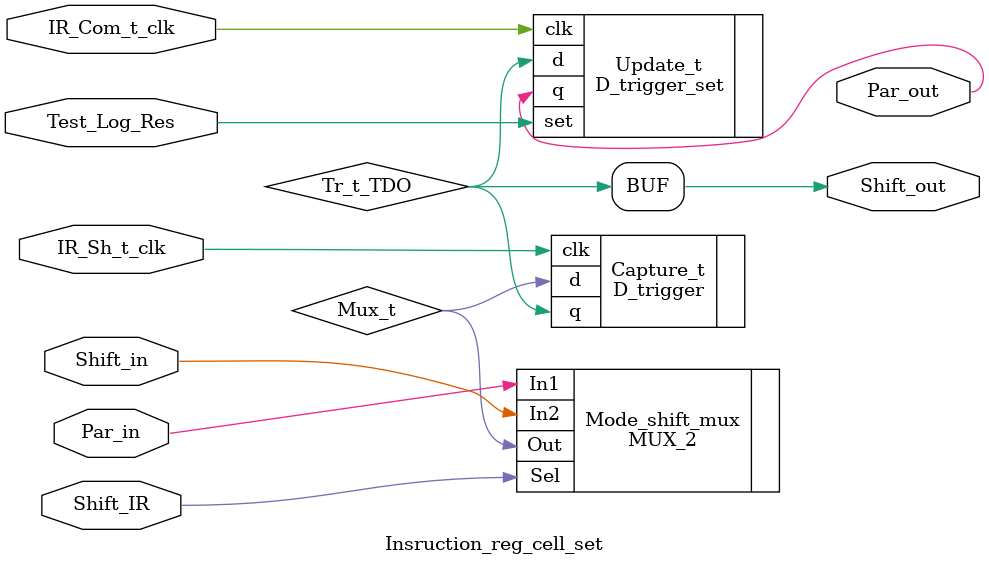
<source format=v>
`timescale 1ns / 1ps
module Insruction_reg_cell_set(
    input Shift_in,
    output Shift_out,
    input Par_in,
    output Par_out,
    input Test_Log_Res,
    input Shift_IR,
    input IR_Sh_t_clk,
    input IR_Com_t_clk
    );
	 
	 wire Mux_t, Tr_t_TDO;
	 
	 assign Shift_out = Tr_t_TDO;
	 
	 //Ìóëüòèïëåêñîð ðåæèìà Shift/Load
	 MUX_2 Mode_shift_mux (
    .In1(Par_in), 
    .In2(Shift_in), 
    .Out(Mux_t), 
    .Sel(Shift_IR)
    );
	 
	 //Òðèããåð ñäâèãîâîãî ðåãèñòðà Sh_t
	 D_trigger Capture_t (
    .clk(IR_Sh_t_clk), 
    .d(Mux_t), 
    .q(Tr_t_TDO)
    );
	 
	 //Òðèããåð òåíåâîãî ðåãèñòðà Com_t
	 D_trigger_set Update_t (
    .d(Tr_t_TDO), 
    .q(Par_out), 
    .clk(IR_Com_t_clk), 
    .set(Test_Log_Res)
    );
	
endmodule
</source>
